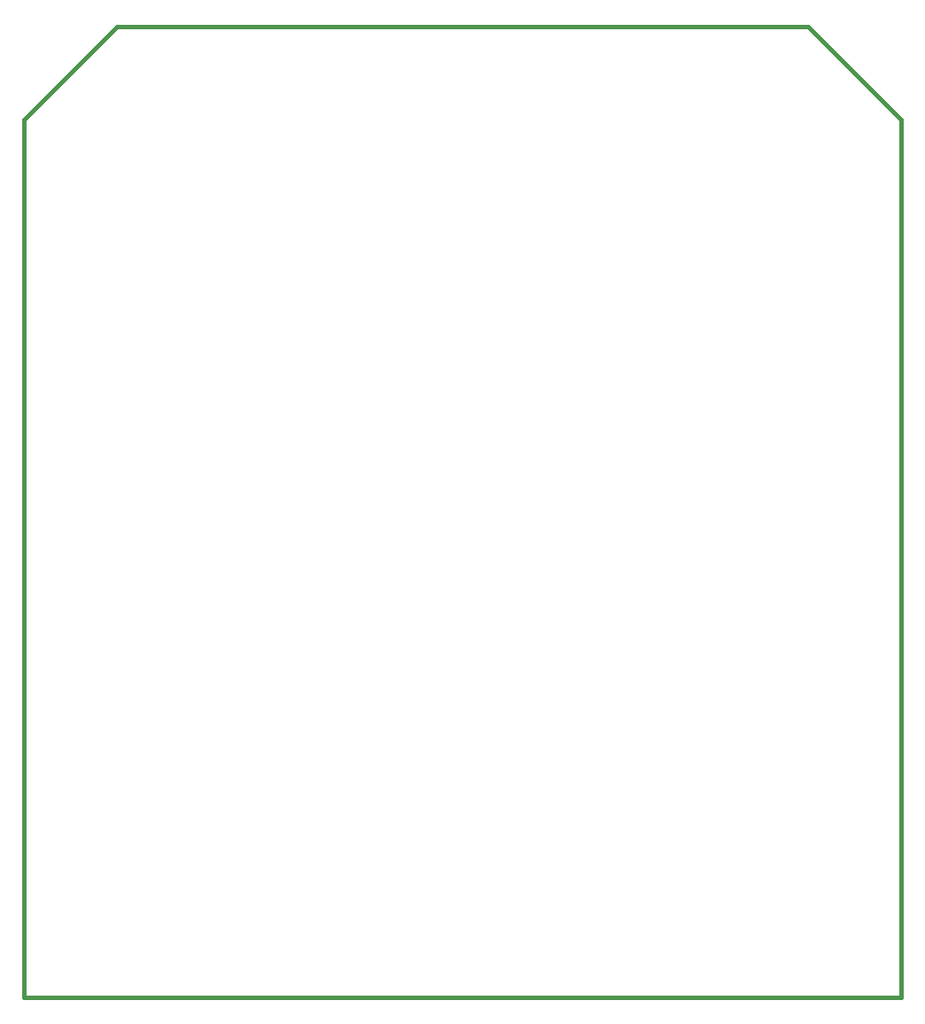
<source format=gbr>
G04 #@! TF.GenerationSoftware,KiCad,Pcbnew,5.1.6-c6e7f7d~87~ubuntu19.10.1*
G04 #@! TF.CreationDate,2021-07-29T05:59:27+06:00*
G04 #@! TF.ProjectId,little_angel_chorus_r1a,6c697474-6c65-45f6-916e-67656c5f6368,1A*
G04 #@! TF.SameCoordinates,Original*
G04 #@! TF.FileFunction,Profile,NP*
%FSLAX46Y46*%
G04 Gerber Fmt 4.6, Leading zero omitted, Abs format (unit mm)*
G04 Created by KiCad (PCBNEW 5.1.6-c6e7f7d~87~ubuntu19.10.1) date 2021-07-29 05:59:27*
%MOMM*%
%LPD*%
G01*
G04 APERTURE LIST*
G04 #@! TA.AperFunction,Profile*
%ADD10C,0.400000*%
G04 #@! TD*
G04 APERTURE END LIST*
D10*
X138430000Y-92710000D02*
X147320000Y-101600000D01*
X63500000Y-101600000D02*
X72390000Y-92710000D01*
X147320000Y-101600000D02*
X147320000Y-185420000D01*
X63500000Y-101600000D02*
X63500000Y-185420000D01*
X63500000Y-185420000D02*
X147320000Y-185420000D01*
X72390000Y-92710000D02*
X138430000Y-92710000D01*
M02*

</source>
